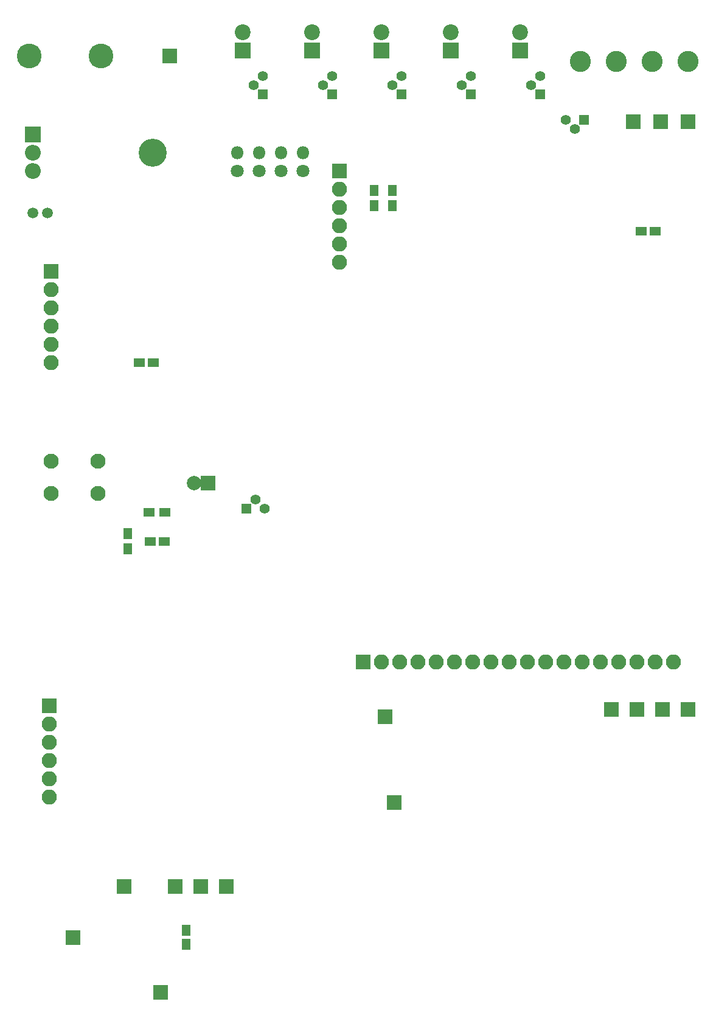
<source format=gbr>
G04 #@! TF.FileFunction,Soldermask,Bot*
%FSLAX46Y46*%
G04 Gerber Fmt 4.6, Leading zero omitted, Abs format (unit mm)*
G04 Created by KiCad (PCBNEW 4.0.6) date 01/13/18 17:56:14*
%MOMM*%
%LPD*%
G01*
G04 APERTURE LIST*
%ADD10C,0.100000*%
%ADD11C,1.400000*%
%ADD12R,1.400000X1.400000*%
%ADD13C,1.500000*%
%ADD14R,2.100000X2.100000*%
%ADD15O,2.100000X2.100000*%
%ADD16C,2.100000*%
%ADD17R,1.600000X1.150000*%
%ADD18R,2.000000X2.000000*%
%ADD19C,2.000000*%
%ADD20R,1.150000X1.600000*%
%ADD21C,3.448000*%
%ADD22C,2.940000*%
%ADD23R,1.600000X1.300000*%
%ADD24R,1.300000X1.600000*%
%ADD25R,2.200000X2.200000*%
%ADD26C,2.200000*%
%ADD27O,3.900000X3.900000*%
%ADD28O,2.200000X2.200000*%
%ADD29C,1.800000*%
%ADD30O,1.800000X1.800000*%
G04 APERTURE END LIST*
D10*
D11*
X213614000Y-22606000D03*
X214884000Y-21336000D03*
D12*
X214884000Y-23876000D03*
D13*
X182880000Y-40386000D03*
X184880000Y-40386000D03*
D14*
X228854000Y-102870000D03*
D15*
X231394000Y-102870000D03*
X233934000Y-102870000D03*
X236474000Y-102870000D03*
X239014000Y-102870000D03*
X241554000Y-102870000D03*
X244094000Y-102870000D03*
X246634000Y-102870000D03*
X249174000Y-102870000D03*
X251714000Y-102870000D03*
X254254000Y-102870000D03*
X256794000Y-102870000D03*
X259334000Y-102870000D03*
X261874000Y-102870000D03*
X264414000Y-102870000D03*
X266954000Y-102870000D03*
X269494000Y-102870000D03*
X272034000Y-102870000D03*
D14*
X225552000Y-34544000D03*
D15*
X225552000Y-37084000D03*
X225552000Y-39624000D03*
X225552000Y-42164000D03*
X225552000Y-44704000D03*
X225552000Y-47244000D03*
D14*
X185420000Y-48514000D03*
D15*
X185420000Y-51054000D03*
X185420000Y-53594000D03*
X185420000Y-56134000D03*
X185420000Y-58674000D03*
X185420000Y-61214000D03*
D11*
X258318000Y-28702000D03*
X257048000Y-27432000D03*
D12*
X259588000Y-27432000D03*
D11*
X223266000Y-22606000D03*
X224536000Y-21336000D03*
D12*
X224536000Y-23876000D03*
D11*
X232918000Y-22606000D03*
X234188000Y-21336000D03*
D12*
X234188000Y-23876000D03*
D11*
X242570000Y-22606000D03*
X243840000Y-21336000D03*
D12*
X243840000Y-23876000D03*
D11*
X252222000Y-22606000D03*
X253492000Y-21336000D03*
D12*
X253492000Y-23876000D03*
D11*
X213868000Y-80264000D03*
X215138000Y-81534000D03*
D12*
X212598000Y-81534000D03*
D16*
X191920000Y-79430000D03*
X185420000Y-79430000D03*
X191920000Y-74930000D03*
X185420000Y-74930000D03*
D17*
X267528000Y-42926000D03*
X269428000Y-42926000D03*
X201102000Y-86106000D03*
X199202000Y-86106000D03*
D18*
X207264000Y-77978000D03*
D19*
X205264000Y-77978000D03*
D20*
X204216000Y-142174000D03*
X204216000Y-140274000D03*
D21*
X182372000Y-18542000D03*
X192372000Y-18542000D03*
D22*
X274066000Y-19304000D03*
X269066000Y-19304000D03*
X264066000Y-19304000D03*
X259066000Y-19304000D03*
D14*
X185166000Y-108966000D03*
D15*
X185166000Y-111506000D03*
X185166000Y-114046000D03*
X185166000Y-116586000D03*
X185166000Y-119126000D03*
X185166000Y-121666000D03*
D23*
X201252000Y-82042000D03*
X199052000Y-82042000D03*
D24*
X196088000Y-87206000D03*
X196088000Y-85006000D03*
D25*
X212090000Y-17780000D03*
D26*
X212090000Y-15240000D03*
D25*
X221742000Y-17780000D03*
D26*
X221742000Y-15240000D03*
D25*
X231394000Y-17780000D03*
D26*
X231394000Y-15240000D03*
D25*
X241046000Y-17780000D03*
D26*
X241046000Y-15240000D03*
D25*
X250698000Y-17780000D03*
D26*
X250698000Y-15240000D03*
D27*
X199540000Y-32004000D03*
D25*
X182880000Y-29464000D03*
D28*
X182880000Y-32004000D03*
X182880000Y-34544000D03*
D14*
X274066000Y-109474000D03*
X270510000Y-109474000D03*
X274066000Y-27686000D03*
X231902000Y-110490000D03*
X270256000Y-27686000D03*
X206248000Y-134112000D03*
X263398000Y-109474000D03*
X195580000Y-134112000D03*
X202692000Y-134112000D03*
X266954000Y-109474000D03*
X188468000Y-141224000D03*
X201930000Y-18542000D03*
X233172000Y-122428000D03*
X266446000Y-27686000D03*
X209804000Y-134112000D03*
X200660000Y-148844000D03*
D17*
X197678000Y-61214000D03*
X199578000Y-61214000D03*
D24*
X230378000Y-37254000D03*
X230378000Y-39454000D03*
X232918000Y-37254000D03*
X232918000Y-39454000D03*
D29*
X220472000Y-34544000D03*
D30*
X220472000Y-32004000D03*
D29*
X217424000Y-34544000D03*
D30*
X217424000Y-32004000D03*
D29*
X214376000Y-34544000D03*
D30*
X214376000Y-32004000D03*
D29*
X211328000Y-34544000D03*
D30*
X211328000Y-32004000D03*
M02*

</source>
